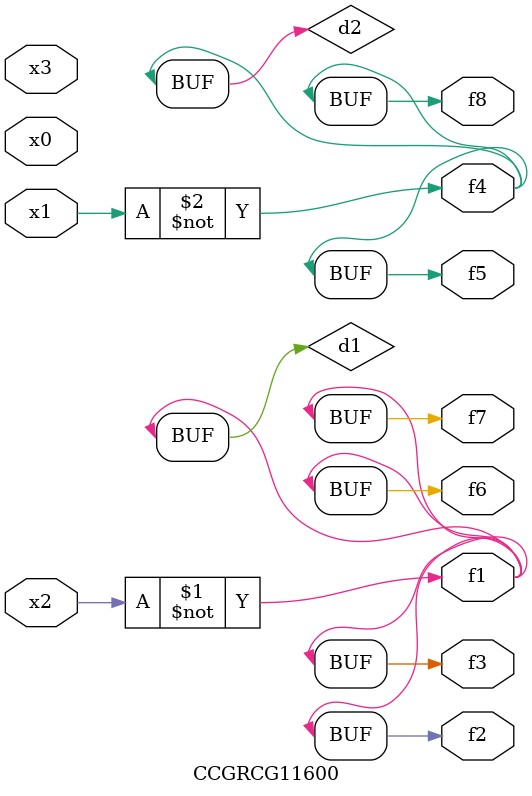
<source format=v>
module CCGRCG11600(
	input x0, x1, x2, x3,
	output f1, f2, f3, f4, f5, f6, f7, f8
);

	wire d1, d2;

	xnor (d1, x2);
	not (d2, x1);
	assign f1 = d1;
	assign f2 = d1;
	assign f3 = d1;
	assign f4 = d2;
	assign f5 = d2;
	assign f6 = d1;
	assign f7 = d1;
	assign f8 = d2;
endmodule

</source>
